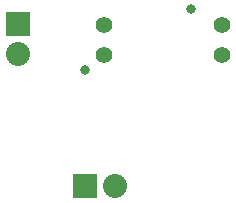
<source format=gbr>
G04 #@! TF.FileFunction,Soldermask,Bot*
%FSLAX46Y46*%
G04 Gerber Fmt 4.6, Leading zero omitted, Abs format (unit mm)*
G04 Created by KiCad (PCBNEW 0.201506122246+5743~23~ubuntu14.10.1-product) date Sun 14 Jun 2015 08:35:05 PM EDT*
%MOMM*%
G01*
G04 APERTURE LIST*
%ADD10C,0.100000*%
%ADD11R,2.032000X2.032000*%
%ADD12O,2.032000X2.032000*%
%ADD13C,0.800000*%
%ADD14C,1.400000*%
G04 APERTURE END LIST*
D10*
D11*
X151942800Y-86258400D03*
D12*
X151942800Y-88798400D03*
D11*
X157632400Y-100025200D03*
D12*
X160172400Y-100025200D03*
D13*
X166624500Y-85030000D03*
X157674500Y-90230000D03*
D14*
X159274500Y-88900000D03*
X159274500Y-86360000D03*
X169274500Y-88900000D03*
X169274500Y-86360000D03*
M02*

</source>
